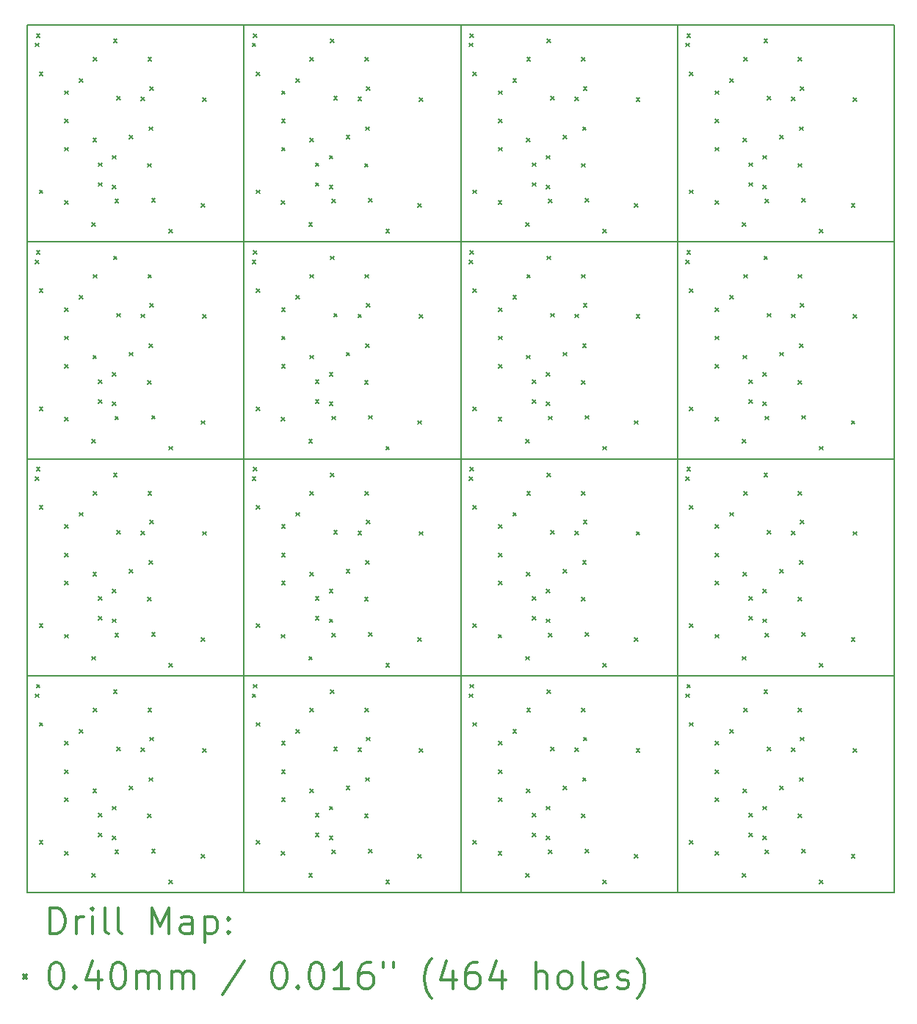
<source format=gbr>
%FSLAX45Y45*%
G04 Gerber Fmt 4.5, Leading zero omitted, Abs format (unit mm)*
G04 Created by KiCad (PCBNEW 4.0.2-stable) date 11/12/2017 1:17:57 PM*
%MOMM*%
G01*
G04 APERTURE LIST*
%ADD10C,0.127000*%
%ADD11C,0.150000*%
%ADD12C,0.200000*%
%ADD13C,0.300000*%
G04 APERTURE END LIST*
D10*
D11*
X16500000Y-12500000D02*
X19000000Y-12500000D01*
X16500000Y-12500000D02*
X16500000Y-15000000D01*
X19000000Y-15000000D02*
X16500000Y-15000000D01*
X19000000Y-12500000D02*
X19000000Y-15000000D01*
X16500000Y-15000000D02*
X16500000Y-12500000D01*
X9000000Y-15000000D02*
X9000000Y-12500000D01*
X11500000Y-12500000D02*
X11500000Y-15000000D01*
X11500000Y-15000000D02*
X9000000Y-15000000D01*
X9000000Y-12500000D02*
X11500000Y-12500000D01*
X11500000Y-15000000D02*
X11500000Y-12500000D01*
X14000000Y-12500000D02*
X16500000Y-12500000D01*
X14000000Y-12500000D02*
X14000000Y-15000000D01*
X11500000Y-12500000D02*
X14000000Y-12500000D01*
X14000000Y-15000000D02*
X14000000Y-12500000D01*
X14000000Y-15000000D02*
X11500000Y-15000000D01*
X16500000Y-15000000D02*
X14000000Y-15000000D01*
X16500000Y-10000000D02*
X19000000Y-10000000D01*
X16500000Y-10000000D02*
X16500000Y-12500000D01*
X19000000Y-12500000D02*
X16500000Y-12500000D01*
X19000000Y-10000000D02*
X19000000Y-12500000D01*
X16500000Y-12500000D02*
X16500000Y-10000000D01*
X9000000Y-12500000D02*
X9000000Y-10000000D01*
X11500000Y-10000000D02*
X11500000Y-12500000D01*
X11500000Y-12500000D02*
X9000000Y-12500000D01*
X9000000Y-10000000D02*
X11500000Y-10000000D01*
X11500000Y-12500000D02*
X11500000Y-10000000D01*
X14000000Y-10000000D02*
X16500000Y-10000000D01*
X14000000Y-10000000D02*
X14000000Y-12500000D01*
X11500000Y-10000000D02*
X14000000Y-10000000D01*
X14000000Y-12500000D02*
X14000000Y-10000000D01*
X14000000Y-12500000D02*
X11500000Y-12500000D01*
X16500000Y-12500000D02*
X14000000Y-12500000D01*
X16500000Y-7500000D02*
X19000000Y-7500000D01*
X16500000Y-7500000D02*
X16500000Y-10000000D01*
X19000000Y-10000000D02*
X16500000Y-10000000D01*
X19000000Y-7500000D02*
X19000000Y-10000000D01*
X16500000Y-10000000D02*
X16500000Y-7500000D01*
X9000000Y-10000000D02*
X9000000Y-7500000D01*
X11500000Y-7500000D02*
X11500000Y-10000000D01*
X11500000Y-10000000D02*
X9000000Y-10000000D01*
X9000000Y-7500000D02*
X11500000Y-7500000D01*
X11500000Y-10000000D02*
X11500000Y-7500000D01*
X14000000Y-7500000D02*
X16500000Y-7500000D01*
X14000000Y-7500000D02*
X14000000Y-10000000D01*
X11500000Y-7500000D02*
X14000000Y-7500000D01*
X14000000Y-10000000D02*
X14000000Y-7500000D01*
X14000000Y-10000000D02*
X11500000Y-10000000D01*
X16500000Y-10000000D02*
X14000000Y-10000000D01*
X19000000Y-7500000D02*
X16500000Y-7500000D01*
X16500000Y-7500000D02*
X14000000Y-7500000D01*
X14000000Y-7500000D02*
X14000000Y-5000000D01*
X16500000Y-5000000D02*
X16500000Y-7500000D01*
X16500000Y-5000000D02*
X19000000Y-5000000D01*
X19000000Y-5000000D02*
X19000000Y-7500000D01*
X16500000Y-7500000D02*
X16500000Y-5000000D01*
X14000000Y-5000000D02*
X16500000Y-5000000D01*
X11500000Y-5000000D02*
X14000000Y-5000000D01*
X14000000Y-7500000D02*
X11500000Y-7500000D01*
X11500000Y-7500000D02*
X11500000Y-5000000D01*
X14000000Y-5000000D02*
X14000000Y-7500000D01*
X9000000Y-7500000D02*
X9000000Y-5000000D01*
X11500000Y-7500000D02*
X9000000Y-7500000D01*
X11500000Y-5000000D02*
X11500000Y-7500000D01*
X9000000Y-5000000D02*
X11500000Y-5000000D01*
D12*
X9094280Y-5208580D02*
X9134280Y-5248580D01*
X9134280Y-5208580D02*
X9094280Y-5248580D01*
X9094280Y-7708580D02*
X9134280Y-7748580D01*
X9134280Y-7708580D02*
X9094280Y-7748580D01*
X9094280Y-10208580D02*
X9134280Y-10248580D01*
X9134280Y-10208580D02*
X9094280Y-10248580D01*
X9094280Y-12708580D02*
X9134280Y-12748580D01*
X9134280Y-12708580D02*
X9094280Y-12748580D01*
X9106980Y-5099360D02*
X9146980Y-5139360D01*
X9146980Y-5099360D02*
X9106980Y-5139360D01*
X9106980Y-7599360D02*
X9146980Y-7639360D01*
X9146980Y-7599360D02*
X9106980Y-7639360D01*
X9106980Y-10099360D02*
X9146980Y-10139360D01*
X9146980Y-10099360D02*
X9106980Y-10139360D01*
X9106980Y-12599360D02*
X9146980Y-12639360D01*
X9146980Y-12599360D02*
X9106980Y-12639360D01*
X9140000Y-5540000D02*
X9180000Y-5580000D01*
X9180000Y-5540000D02*
X9140000Y-5580000D01*
X9140000Y-6900220D02*
X9180000Y-6940220D01*
X9180000Y-6900220D02*
X9140000Y-6940220D01*
X9140000Y-8040000D02*
X9180000Y-8080000D01*
X9180000Y-8040000D02*
X9140000Y-8080000D01*
X9140000Y-9400220D02*
X9180000Y-9440220D01*
X9180000Y-9400220D02*
X9140000Y-9440220D01*
X9140000Y-10540000D02*
X9180000Y-10580000D01*
X9180000Y-10540000D02*
X9140000Y-10580000D01*
X9140000Y-11900220D02*
X9180000Y-11940220D01*
X9180000Y-11900220D02*
X9140000Y-11940220D01*
X9140000Y-13040000D02*
X9180000Y-13080000D01*
X9180000Y-13040000D02*
X9140000Y-13080000D01*
X9140000Y-14400220D02*
X9180000Y-14440220D01*
X9180000Y-14400220D02*
X9140000Y-14440220D01*
X9432100Y-7022140D02*
X9472100Y-7062140D01*
X9472100Y-7022140D02*
X9432100Y-7062140D01*
X9432100Y-9522140D02*
X9472100Y-9562140D01*
X9472100Y-9522140D02*
X9432100Y-9562140D01*
X9432100Y-12022140D02*
X9472100Y-12062140D01*
X9472100Y-12022140D02*
X9432100Y-12062140D01*
X9432100Y-14522140D02*
X9472100Y-14562140D01*
X9472100Y-14522140D02*
X9432100Y-14562140D01*
X9434640Y-6084880D02*
X9474640Y-6124880D01*
X9474640Y-6084880D02*
X9434640Y-6124880D01*
X9434640Y-6410000D02*
X9474640Y-6450000D01*
X9474640Y-6410000D02*
X9434640Y-6450000D01*
X9434640Y-8584880D02*
X9474640Y-8624880D01*
X9474640Y-8584880D02*
X9434640Y-8624880D01*
X9434640Y-8910000D02*
X9474640Y-8950000D01*
X9474640Y-8910000D02*
X9434640Y-8950000D01*
X9434640Y-11084880D02*
X9474640Y-11124880D01*
X9474640Y-11084880D02*
X9434640Y-11124880D01*
X9434640Y-11410000D02*
X9474640Y-11450000D01*
X9474640Y-11410000D02*
X9434640Y-11450000D01*
X9434640Y-13584880D02*
X9474640Y-13624880D01*
X9474640Y-13584880D02*
X9434640Y-13624880D01*
X9434640Y-13910000D02*
X9474640Y-13950000D01*
X9474640Y-13910000D02*
X9434640Y-13950000D01*
X9434840Y-5757020D02*
X9474840Y-5797020D01*
X9474840Y-5757020D02*
X9434840Y-5797020D01*
X9434840Y-8257020D02*
X9474840Y-8297020D01*
X9474840Y-8257020D02*
X9434840Y-8297020D01*
X9434840Y-10757020D02*
X9474840Y-10797020D01*
X9474840Y-10757020D02*
X9434840Y-10797020D01*
X9434840Y-13257020D02*
X9474840Y-13297020D01*
X9474840Y-13257020D02*
X9434840Y-13297020D01*
X9599740Y-5617520D02*
X9639740Y-5657520D01*
X9639740Y-5617520D02*
X9599740Y-5657520D01*
X9599740Y-8117520D02*
X9639740Y-8157520D01*
X9639740Y-8117520D02*
X9599740Y-8157520D01*
X9599740Y-10617520D02*
X9639740Y-10657520D01*
X9639740Y-10617520D02*
X9599740Y-10657520D01*
X9599740Y-13117520D02*
X9639740Y-13157520D01*
X9639740Y-13117520D02*
X9599740Y-13157520D01*
X9748139Y-7277475D02*
X9788139Y-7317475D01*
X9788139Y-7277475D02*
X9748139Y-7317475D01*
X9748139Y-9777475D02*
X9788139Y-9817475D01*
X9788139Y-9777475D02*
X9748139Y-9817475D01*
X9748139Y-12277475D02*
X9788139Y-12317475D01*
X9788139Y-12277475D02*
X9748139Y-12317475D01*
X9748139Y-14777475D02*
X9788139Y-14817475D01*
X9788139Y-14777475D02*
X9748139Y-14817475D01*
X9757220Y-6305860D02*
X9797220Y-6345860D01*
X9797220Y-6305860D02*
X9757220Y-6345860D01*
X9757220Y-8805860D02*
X9797220Y-8845860D01*
X9797220Y-8805860D02*
X9757220Y-8845860D01*
X9757220Y-11305860D02*
X9797220Y-11345860D01*
X9797220Y-11305860D02*
X9757220Y-11345860D01*
X9757220Y-13805860D02*
X9797220Y-13845860D01*
X9797220Y-13805860D02*
X9757220Y-13845860D01*
X9762300Y-5373680D02*
X9802300Y-5413680D01*
X9802300Y-5373680D02*
X9762300Y-5413680D01*
X9762300Y-7873680D02*
X9802300Y-7913680D01*
X9802300Y-7873680D02*
X9762300Y-7913680D01*
X9762300Y-10373680D02*
X9802300Y-10413680D01*
X9802300Y-10373680D02*
X9762300Y-10413680D01*
X9762300Y-12873680D02*
X9802300Y-12913680D01*
X9802300Y-12873680D02*
X9762300Y-12913680D01*
X9823260Y-6587800D02*
X9863260Y-6627800D01*
X9863260Y-6587800D02*
X9823260Y-6627800D01*
X9823260Y-6816400D02*
X9863260Y-6856400D01*
X9863260Y-6816400D02*
X9823260Y-6856400D01*
X9823260Y-9087800D02*
X9863260Y-9127800D01*
X9863260Y-9087800D02*
X9823260Y-9127800D01*
X9823260Y-9316400D02*
X9863260Y-9356400D01*
X9863260Y-9316400D02*
X9823260Y-9356400D01*
X9823260Y-11587800D02*
X9863260Y-11627800D01*
X9863260Y-11587800D02*
X9823260Y-11627800D01*
X9823260Y-11816400D02*
X9863260Y-11856400D01*
X9863260Y-11816400D02*
X9823260Y-11856400D01*
X9823260Y-14087800D02*
X9863260Y-14127800D01*
X9863260Y-14087800D02*
X9823260Y-14127800D01*
X9823260Y-14316400D02*
X9863260Y-14356400D01*
X9863260Y-14316400D02*
X9823260Y-14356400D01*
X9983280Y-6503980D02*
X10023280Y-6543980D01*
X10023280Y-6503980D02*
X9983280Y-6543980D01*
X9983280Y-6844340D02*
X10023280Y-6884340D01*
X10023280Y-6844340D02*
X9983280Y-6884340D01*
X9983280Y-9003980D02*
X10023280Y-9043980D01*
X10023280Y-9003980D02*
X9983280Y-9043980D01*
X9983280Y-9344340D02*
X10023280Y-9384340D01*
X10023280Y-9344340D02*
X9983280Y-9384340D01*
X9983280Y-11503980D02*
X10023280Y-11543980D01*
X10023280Y-11503980D02*
X9983280Y-11543980D01*
X9983280Y-11844340D02*
X10023280Y-11884340D01*
X10023280Y-11844340D02*
X9983280Y-11884340D01*
X9983280Y-14003980D02*
X10023280Y-14043980D01*
X10023280Y-14003980D02*
X9983280Y-14043980D01*
X9983280Y-14344340D02*
X10023280Y-14384340D01*
X10023280Y-14344340D02*
X9983280Y-14384340D01*
X9995980Y-5162860D02*
X10035980Y-5202860D01*
X10035980Y-5162860D02*
X9995980Y-5202860D01*
X9995980Y-7662860D02*
X10035980Y-7702860D01*
X10035980Y-7662860D02*
X9995980Y-7702860D01*
X9995980Y-10162860D02*
X10035980Y-10202860D01*
X10035980Y-10162860D02*
X9995980Y-10202860D01*
X9995980Y-12662860D02*
X10035980Y-12702860D01*
X10035980Y-12662860D02*
X9995980Y-12702860D01*
X10011220Y-7009440D02*
X10051220Y-7049440D01*
X10051220Y-7009440D02*
X10011220Y-7049440D01*
X10011220Y-9509440D02*
X10051220Y-9549440D01*
X10051220Y-9509440D02*
X10011220Y-9549440D01*
X10011220Y-12009440D02*
X10051220Y-12049440D01*
X10051220Y-12009440D02*
X10011220Y-12049440D01*
X10011220Y-14509440D02*
X10051220Y-14549440D01*
X10051220Y-14509440D02*
X10011220Y-14549440D01*
X10034903Y-5823260D02*
X10074903Y-5863260D01*
X10074903Y-5823260D02*
X10034903Y-5863260D01*
X10034903Y-8323260D02*
X10074903Y-8363260D01*
X10074903Y-8323260D02*
X10034903Y-8363260D01*
X10034903Y-10823260D02*
X10074903Y-10863260D01*
X10074903Y-10823260D02*
X10034903Y-10863260D01*
X10034903Y-13323260D02*
X10074903Y-13363260D01*
X10074903Y-13323260D02*
X10034903Y-13363260D01*
X10178860Y-6272840D02*
X10218860Y-6312840D01*
X10218860Y-6272840D02*
X10178860Y-6312840D01*
X10178860Y-8772840D02*
X10218860Y-8812840D01*
X10218860Y-8772840D02*
X10178860Y-8812840D01*
X10178860Y-11272840D02*
X10218860Y-11312840D01*
X10218860Y-11272840D02*
X10178860Y-11312840D01*
X10178860Y-13772840D02*
X10218860Y-13812840D01*
X10218860Y-13772840D02*
X10178860Y-13812840D01*
X10314725Y-5831754D02*
X10354725Y-5871754D01*
X10354725Y-5831754D02*
X10314725Y-5871754D01*
X10314725Y-8331754D02*
X10354725Y-8371754D01*
X10354725Y-8331754D02*
X10314725Y-8371754D01*
X10314725Y-10831754D02*
X10354725Y-10871754D01*
X10354725Y-10831754D02*
X10314725Y-10871754D01*
X10314725Y-13331754D02*
X10354725Y-13371754D01*
X10354725Y-13331754D02*
X10314725Y-13371754D01*
X10389680Y-6595680D02*
X10429680Y-6635680D01*
X10429680Y-6595680D02*
X10389680Y-6635680D01*
X10389680Y-9095680D02*
X10429680Y-9135680D01*
X10429680Y-9095680D02*
X10389680Y-9135680D01*
X10389680Y-11595680D02*
X10429680Y-11635680D01*
X10429680Y-11595680D02*
X10389680Y-11635680D01*
X10389680Y-14095680D02*
X10429680Y-14135680D01*
X10429680Y-14095680D02*
X10389680Y-14135680D01*
X10392220Y-5374140D02*
X10432220Y-5414140D01*
X10432220Y-5374140D02*
X10392220Y-5414140D01*
X10392220Y-7874140D02*
X10432220Y-7914140D01*
X10432220Y-7874140D02*
X10392220Y-7914140D01*
X10392220Y-10374140D02*
X10432220Y-10414140D01*
X10432220Y-10374140D02*
X10392220Y-10414140D01*
X10392220Y-12874140D02*
X10432220Y-12914140D01*
X10432220Y-12874140D02*
X10392220Y-12914140D01*
X10405180Y-6173780D02*
X10445180Y-6213780D01*
X10445180Y-6173780D02*
X10405180Y-6213780D01*
X10405180Y-8673780D02*
X10445180Y-8713780D01*
X10445180Y-8673780D02*
X10405180Y-8713780D01*
X10405180Y-11173780D02*
X10445180Y-11213780D01*
X10445180Y-11173780D02*
X10405180Y-11213780D01*
X10405180Y-13673780D02*
X10445180Y-13713780D01*
X10445180Y-13673780D02*
X10405180Y-13713780D01*
X10412540Y-5708960D02*
X10452540Y-5748960D01*
X10452540Y-5708960D02*
X10412540Y-5748960D01*
X10412540Y-8208960D02*
X10452540Y-8248960D01*
X10452540Y-8208960D02*
X10412540Y-8248960D01*
X10412540Y-10708960D02*
X10452540Y-10748960D01*
X10452540Y-10708960D02*
X10412540Y-10748960D01*
X10412540Y-13208960D02*
X10452540Y-13248960D01*
X10452540Y-13208960D02*
X10412540Y-13248960D01*
X10435400Y-6999280D02*
X10475400Y-7039280D01*
X10475400Y-6999280D02*
X10435400Y-7039280D01*
X10435400Y-9499280D02*
X10475400Y-9539280D01*
X10475400Y-9499280D02*
X10435400Y-9539280D01*
X10435400Y-11999280D02*
X10475400Y-12039280D01*
X10475400Y-11999280D02*
X10435400Y-12039280D01*
X10435400Y-14499280D02*
X10475400Y-14539280D01*
X10475400Y-14499280D02*
X10435400Y-14539280D01*
X10636060Y-7354880D02*
X10676060Y-7394880D01*
X10676060Y-7354880D02*
X10636060Y-7394880D01*
X10636060Y-9854880D02*
X10676060Y-9894880D01*
X10676060Y-9854880D02*
X10636060Y-9894880D01*
X10636060Y-12354880D02*
X10676060Y-12394880D01*
X10676060Y-12354880D02*
X10636060Y-12394880D01*
X10636060Y-14854880D02*
X10676060Y-14894880D01*
X10676060Y-14854880D02*
X10636060Y-14894880D01*
X11004360Y-7060240D02*
X11044360Y-7100240D01*
X11044360Y-7060240D02*
X11004360Y-7100240D01*
X11004360Y-9560240D02*
X11044360Y-9600240D01*
X11044360Y-9560240D02*
X11004360Y-9600240D01*
X11004360Y-12060240D02*
X11044360Y-12100240D01*
X11044360Y-12060240D02*
X11004360Y-12100240D01*
X11004360Y-14560240D02*
X11044360Y-14600240D01*
X11044360Y-14560240D02*
X11004360Y-14600240D01*
X11022140Y-5838500D02*
X11062140Y-5878500D01*
X11062140Y-5838500D02*
X11022140Y-5878500D01*
X11022140Y-8338500D02*
X11062140Y-8378500D01*
X11062140Y-8338500D02*
X11022140Y-8378500D01*
X11022140Y-10838500D02*
X11062140Y-10878500D01*
X11062140Y-10838500D02*
X11022140Y-10878500D01*
X11022140Y-13338500D02*
X11062140Y-13378500D01*
X11062140Y-13338500D02*
X11022140Y-13378500D01*
X11594280Y-5208580D02*
X11634280Y-5248580D01*
X11634280Y-5208580D02*
X11594280Y-5248580D01*
X11594280Y-7708580D02*
X11634280Y-7748580D01*
X11634280Y-7708580D02*
X11594280Y-7748580D01*
X11594280Y-10208580D02*
X11634280Y-10248580D01*
X11634280Y-10208580D02*
X11594280Y-10248580D01*
X11594280Y-12708580D02*
X11634280Y-12748580D01*
X11634280Y-12708580D02*
X11594280Y-12748580D01*
X11606980Y-5099360D02*
X11646980Y-5139360D01*
X11646980Y-5099360D02*
X11606980Y-5139360D01*
X11606980Y-7599360D02*
X11646980Y-7639360D01*
X11646980Y-7599360D02*
X11606980Y-7639360D01*
X11606980Y-10099360D02*
X11646980Y-10139360D01*
X11646980Y-10099360D02*
X11606980Y-10139360D01*
X11606980Y-12599360D02*
X11646980Y-12639360D01*
X11646980Y-12599360D02*
X11606980Y-12639360D01*
X11640000Y-5540000D02*
X11680000Y-5580000D01*
X11680000Y-5540000D02*
X11640000Y-5580000D01*
X11640000Y-6900220D02*
X11680000Y-6940220D01*
X11680000Y-6900220D02*
X11640000Y-6940220D01*
X11640000Y-8040000D02*
X11680000Y-8080000D01*
X11680000Y-8040000D02*
X11640000Y-8080000D01*
X11640000Y-9400220D02*
X11680000Y-9440220D01*
X11680000Y-9400220D02*
X11640000Y-9440220D01*
X11640000Y-10540000D02*
X11680000Y-10580000D01*
X11680000Y-10540000D02*
X11640000Y-10580000D01*
X11640000Y-11900220D02*
X11680000Y-11940220D01*
X11680000Y-11900220D02*
X11640000Y-11940220D01*
X11640000Y-13040000D02*
X11680000Y-13080000D01*
X11680000Y-13040000D02*
X11640000Y-13080000D01*
X11640000Y-14400220D02*
X11680000Y-14440220D01*
X11680000Y-14400220D02*
X11640000Y-14440220D01*
X11932100Y-7022140D02*
X11972100Y-7062140D01*
X11972100Y-7022140D02*
X11932100Y-7062140D01*
X11932100Y-9522140D02*
X11972100Y-9562140D01*
X11972100Y-9522140D02*
X11932100Y-9562140D01*
X11932100Y-12022140D02*
X11972100Y-12062140D01*
X11972100Y-12022140D02*
X11932100Y-12062140D01*
X11932100Y-14522140D02*
X11972100Y-14562140D01*
X11972100Y-14522140D02*
X11932100Y-14562140D01*
X11934640Y-6084880D02*
X11974640Y-6124880D01*
X11974640Y-6084880D02*
X11934640Y-6124880D01*
X11934640Y-6410000D02*
X11974640Y-6450000D01*
X11974640Y-6410000D02*
X11934640Y-6450000D01*
X11934640Y-8584880D02*
X11974640Y-8624880D01*
X11974640Y-8584880D02*
X11934640Y-8624880D01*
X11934640Y-8910000D02*
X11974640Y-8950000D01*
X11974640Y-8910000D02*
X11934640Y-8950000D01*
X11934640Y-11084880D02*
X11974640Y-11124880D01*
X11974640Y-11084880D02*
X11934640Y-11124880D01*
X11934640Y-11410000D02*
X11974640Y-11450000D01*
X11974640Y-11410000D02*
X11934640Y-11450000D01*
X11934640Y-13584880D02*
X11974640Y-13624880D01*
X11974640Y-13584880D02*
X11934640Y-13624880D01*
X11934640Y-13910000D02*
X11974640Y-13950000D01*
X11974640Y-13910000D02*
X11934640Y-13950000D01*
X11934840Y-5757020D02*
X11974840Y-5797020D01*
X11974840Y-5757020D02*
X11934840Y-5797020D01*
X11934840Y-8257020D02*
X11974840Y-8297020D01*
X11974840Y-8257020D02*
X11934840Y-8297020D01*
X11934840Y-10757020D02*
X11974840Y-10797020D01*
X11974840Y-10757020D02*
X11934840Y-10797020D01*
X11934840Y-13257020D02*
X11974840Y-13297020D01*
X11974840Y-13257020D02*
X11934840Y-13297020D01*
X12099740Y-5617520D02*
X12139740Y-5657520D01*
X12139740Y-5617520D02*
X12099740Y-5657520D01*
X12099740Y-8117520D02*
X12139740Y-8157520D01*
X12139740Y-8117520D02*
X12099740Y-8157520D01*
X12099740Y-10617520D02*
X12139740Y-10657520D01*
X12139740Y-10617520D02*
X12099740Y-10657520D01*
X12099740Y-13117520D02*
X12139740Y-13157520D01*
X12139740Y-13117520D02*
X12099740Y-13157520D01*
X12248139Y-7277475D02*
X12288139Y-7317475D01*
X12288139Y-7277475D02*
X12248139Y-7317475D01*
X12248139Y-9777475D02*
X12288139Y-9817475D01*
X12288139Y-9777475D02*
X12248139Y-9817475D01*
X12248139Y-12277475D02*
X12288139Y-12317475D01*
X12288139Y-12277475D02*
X12248139Y-12317475D01*
X12248139Y-14777475D02*
X12288139Y-14817475D01*
X12288139Y-14777475D02*
X12248139Y-14817475D01*
X12257220Y-6305860D02*
X12297220Y-6345860D01*
X12297220Y-6305860D02*
X12257220Y-6345860D01*
X12257220Y-8805860D02*
X12297220Y-8845860D01*
X12297220Y-8805860D02*
X12257220Y-8845860D01*
X12257220Y-11305860D02*
X12297220Y-11345860D01*
X12297220Y-11305860D02*
X12257220Y-11345860D01*
X12257220Y-13805860D02*
X12297220Y-13845860D01*
X12297220Y-13805860D02*
X12257220Y-13845860D01*
X12262300Y-5373680D02*
X12302300Y-5413680D01*
X12302300Y-5373680D02*
X12262300Y-5413680D01*
X12262300Y-7873680D02*
X12302300Y-7913680D01*
X12302300Y-7873680D02*
X12262300Y-7913680D01*
X12262300Y-10373680D02*
X12302300Y-10413680D01*
X12302300Y-10373680D02*
X12262300Y-10413680D01*
X12262300Y-12873680D02*
X12302300Y-12913680D01*
X12302300Y-12873680D02*
X12262300Y-12913680D01*
X12323260Y-6587800D02*
X12363260Y-6627800D01*
X12363260Y-6587800D02*
X12323260Y-6627800D01*
X12323260Y-6816400D02*
X12363260Y-6856400D01*
X12363260Y-6816400D02*
X12323260Y-6856400D01*
X12323260Y-9087800D02*
X12363260Y-9127800D01*
X12363260Y-9087800D02*
X12323260Y-9127800D01*
X12323260Y-9316400D02*
X12363260Y-9356400D01*
X12363260Y-9316400D02*
X12323260Y-9356400D01*
X12323260Y-11587800D02*
X12363260Y-11627800D01*
X12363260Y-11587800D02*
X12323260Y-11627800D01*
X12323260Y-11816400D02*
X12363260Y-11856400D01*
X12363260Y-11816400D02*
X12323260Y-11856400D01*
X12323260Y-14087800D02*
X12363260Y-14127800D01*
X12363260Y-14087800D02*
X12323260Y-14127800D01*
X12323260Y-14316400D02*
X12363260Y-14356400D01*
X12363260Y-14316400D02*
X12323260Y-14356400D01*
X12483280Y-6503980D02*
X12523280Y-6543980D01*
X12523280Y-6503980D02*
X12483280Y-6543980D01*
X12483280Y-6844340D02*
X12523280Y-6884340D01*
X12523280Y-6844340D02*
X12483280Y-6884340D01*
X12483280Y-9003980D02*
X12523280Y-9043980D01*
X12523280Y-9003980D02*
X12483280Y-9043980D01*
X12483280Y-9344340D02*
X12523280Y-9384340D01*
X12523280Y-9344340D02*
X12483280Y-9384340D01*
X12483280Y-11503980D02*
X12523280Y-11543980D01*
X12523280Y-11503980D02*
X12483280Y-11543980D01*
X12483280Y-11844340D02*
X12523280Y-11884340D01*
X12523280Y-11844340D02*
X12483280Y-11884340D01*
X12483280Y-14003980D02*
X12523280Y-14043980D01*
X12523280Y-14003980D02*
X12483280Y-14043980D01*
X12483280Y-14344340D02*
X12523280Y-14384340D01*
X12523280Y-14344340D02*
X12483280Y-14384340D01*
X12495980Y-5162860D02*
X12535980Y-5202860D01*
X12535980Y-5162860D02*
X12495980Y-5202860D01*
X12495980Y-7662860D02*
X12535980Y-7702860D01*
X12535980Y-7662860D02*
X12495980Y-7702860D01*
X12495980Y-10162860D02*
X12535980Y-10202860D01*
X12535980Y-10162860D02*
X12495980Y-10202860D01*
X12495980Y-12662860D02*
X12535980Y-12702860D01*
X12535980Y-12662860D02*
X12495980Y-12702860D01*
X12511220Y-7009440D02*
X12551220Y-7049440D01*
X12551220Y-7009440D02*
X12511220Y-7049440D01*
X12511220Y-9509440D02*
X12551220Y-9549440D01*
X12551220Y-9509440D02*
X12511220Y-9549440D01*
X12511220Y-12009440D02*
X12551220Y-12049440D01*
X12551220Y-12009440D02*
X12511220Y-12049440D01*
X12511220Y-14509440D02*
X12551220Y-14549440D01*
X12551220Y-14509440D02*
X12511220Y-14549440D01*
X12534903Y-5823260D02*
X12574903Y-5863260D01*
X12574903Y-5823260D02*
X12534903Y-5863260D01*
X12534903Y-8323260D02*
X12574903Y-8363260D01*
X12574903Y-8323260D02*
X12534903Y-8363260D01*
X12534903Y-10823260D02*
X12574903Y-10863260D01*
X12574903Y-10823260D02*
X12534903Y-10863260D01*
X12534903Y-13323260D02*
X12574903Y-13363260D01*
X12574903Y-13323260D02*
X12534903Y-13363260D01*
X12678860Y-6272840D02*
X12718860Y-6312840D01*
X12718860Y-6272840D02*
X12678860Y-6312840D01*
X12678860Y-8772840D02*
X12718860Y-8812840D01*
X12718860Y-8772840D02*
X12678860Y-8812840D01*
X12678860Y-11272840D02*
X12718860Y-11312840D01*
X12718860Y-11272840D02*
X12678860Y-11312840D01*
X12678860Y-13772840D02*
X12718860Y-13812840D01*
X12718860Y-13772840D02*
X12678860Y-13812840D01*
X12814725Y-5831754D02*
X12854725Y-5871754D01*
X12854725Y-5831754D02*
X12814725Y-5871754D01*
X12814725Y-8331754D02*
X12854725Y-8371754D01*
X12854725Y-8331754D02*
X12814725Y-8371754D01*
X12814725Y-10831754D02*
X12854725Y-10871754D01*
X12854725Y-10831754D02*
X12814725Y-10871754D01*
X12814725Y-13331754D02*
X12854725Y-13371754D01*
X12854725Y-13331754D02*
X12814725Y-13371754D01*
X12889680Y-6595680D02*
X12929680Y-6635680D01*
X12929680Y-6595680D02*
X12889680Y-6635680D01*
X12889680Y-9095680D02*
X12929680Y-9135680D01*
X12929680Y-9095680D02*
X12889680Y-9135680D01*
X12889680Y-11595680D02*
X12929680Y-11635680D01*
X12929680Y-11595680D02*
X12889680Y-11635680D01*
X12889680Y-14095680D02*
X12929680Y-14135680D01*
X12929680Y-14095680D02*
X12889680Y-14135680D01*
X12892220Y-5374140D02*
X12932220Y-5414140D01*
X12932220Y-5374140D02*
X12892220Y-5414140D01*
X12892220Y-7874140D02*
X12932220Y-7914140D01*
X12932220Y-7874140D02*
X12892220Y-7914140D01*
X12892220Y-10374140D02*
X12932220Y-10414140D01*
X12932220Y-10374140D02*
X12892220Y-10414140D01*
X12892220Y-12874140D02*
X12932220Y-12914140D01*
X12932220Y-12874140D02*
X12892220Y-12914140D01*
X12905180Y-6173780D02*
X12945180Y-6213780D01*
X12945180Y-6173780D02*
X12905180Y-6213780D01*
X12905180Y-8673780D02*
X12945180Y-8713780D01*
X12945180Y-8673780D02*
X12905180Y-8713780D01*
X12905180Y-11173780D02*
X12945180Y-11213780D01*
X12945180Y-11173780D02*
X12905180Y-11213780D01*
X12905180Y-13673780D02*
X12945180Y-13713780D01*
X12945180Y-13673780D02*
X12905180Y-13713780D01*
X12912540Y-5708960D02*
X12952540Y-5748960D01*
X12952540Y-5708960D02*
X12912540Y-5748960D01*
X12912540Y-8208960D02*
X12952540Y-8248960D01*
X12952540Y-8208960D02*
X12912540Y-8248960D01*
X12912540Y-10708960D02*
X12952540Y-10748960D01*
X12952540Y-10708960D02*
X12912540Y-10748960D01*
X12912540Y-13208960D02*
X12952540Y-13248960D01*
X12952540Y-13208960D02*
X12912540Y-13248960D01*
X12935400Y-6999280D02*
X12975400Y-7039280D01*
X12975400Y-6999280D02*
X12935400Y-7039280D01*
X12935400Y-9499280D02*
X12975400Y-9539280D01*
X12975400Y-9499280D02*
X12935400Y-9539280D01*
X12935400Y-11999280D02*
X12975400Y-12039280D01*
X12975400Y-11999280D02*
X12935400Y-12039280D01*
X12935400Y-14499280D02*
X12975400Y-14539280D01*
X12975400Y-14499280D02*
X12935400Y-14539280D01*
X13136060Y-7354880D02*
X13176060Y-7394880D01*
X13176060Y-7354880D02*
X13136060Y-7394880D01*
X13136060Y-9854880D02*
X13176060Y-9894880D01*
X13176060Y-9854880D02*
X13136060Y-9894880D01*
X13136060Y-12354880D02*
X13176060Y-12394880D01*
X13176060Y-12354880D02*
X13136060Y-12394880D01*
X13136060Y-14854880D02*
X13176060Y-14894880D01*
X13176060Y-14854880D02*
X13136060Y-14894880D01*
X13504360Y-7060240D02*
X13544360Y-7100240D01*
X13544360Y-7060240D02*
X13504360Y-7100240D01*
X13504360Y-9560240D02*
X13544360Y-9600240D01*
X13544360Y-9560240D02*
X13504360Y-9600240D01*
X13504360Y-12060240D02*
X13544360Y-12100240D01*
X13544360Y-12060240D02*
X13504360Y-12100240D01*
X13504360Y-14560240D02*
X13544360Y-14600240D01*
X13544360Y-14560240D02*
X13504360Y-14600240D01*
X13522140Y-5838500D02*
X13562140Y-5878500D01*
X13562140Y-5838500D02*
X13522140Y-5878500D01*
X13522140Y-8338500D02*
X13562140Y-8378500D01*
X13562140Y-8338500D02*
X13522140Y-8378500D01*
X13522140Y-10838500D02*
X13562140Y-10878500D01*
X13562140Y-10838500D02*
X13522140Y-10878500D01*
X13522140Y-13338500D02*
X13562140Y-13378500D01*
X13562140Y-13338500D02*
X13522140Y-13378500D01*
X14094280Y-5208580D02*
X14134280Y-5248580D01*
X14134280Y-5208580D02*
X14094280Y-5248580D01*
X14094280Y-7708580D02*
X14134280Y-7748580D01*
X14134280Y-7708580D02*
X14094280Y-7748580D01*
X14094280Y-10208580D02*
X14134280Y-10248580D01*
X14134280Y-10208580D02*
X14094280Y-10248580D01*
X14094280Y-12708580D02*
X14134280Y-12748580D01*
X14134280Y-12708580D02*
X14094280Y-12748580D01*
X14106980Y-5099360D02*
X14146980Y-5139360D01*
X14146980Y-5099360D02*
X14106980Y-5139360D01*
X14106980Y-7599360D02*
X14146980Y-7639360D01*
X14146980Y-7599360D02*
X14106980Y-7639360D01*
X14106980Y-10099360D02*
X14146980Y-10139360D01*
X14146980Y-10099360D02*
X14106980Y-10139360D01*
X14106980Y-12599360D02*
X14146980Y-12639360D01*
X14146980Y-12599360D02*
X14106980Y-12639360D01*
X14140000Y-5540000D02*
X14180000Y-5580000D01*
X14180000Y-5540000D02*
X14140000Y-5580000D01*
X14140000Y-6900220D02*
X14180000Y-6940220D01*
X14180000Y-6900220D02*
X14140000Y-6940220D01*
X14140000Y-8040000D02*
X14180000Y-8080000D01*
X14180000Y-8040000D02*
X14140000Y-8080000D01*
X14140000Y-9400220D02*
X14180000Y-9440220D01*
X14180000Y-9400220D02*
X14140000Y-9440220D01*
X14140000Y-10540000D02*
X14180000Y-10580000D01*
X14180000Y-10540000D02*
X14140000Y-10580000D01*
X14140000Y-11900220D02*
X14180000Y-11940220D01*
X14180000Y-11900220D02*
X14140000Y-11940220D01*
X14140000Y-13040000D02*
X14180000Y-13080000D01*
X14180000Y-13040000D02*
X14140000Y-13080000D01*
X14140000Y-14400220D02*
X14180000Y-14440220D01*
X14180000Y-14400220D02*
X14140000Y-14440220D01*
X14432100Y-7022140D02*
X14472100Y-7062140D01*
X14472100Y-7022140D02*
X14432100Y-7062140D01*
X14432100Y-9522140D02*
X14472100Y-9562140D01*
X14472100Y-9522140D02*
X14432100Y-9562140D01*
X14432100Y-12022140D02*
X14472100Y-12062140D01*
X14472100Y-12022140D02*
X14432100Y-12062140D01*
X14432100Y-14522140D02*
X14472100Y-14562140D01*
X14472100Y-14522140D02*
X14432100Y-14562140D01*
X14434640Y-6084880D02*
X14474640Y-6124880D01*
X14474640Y-6084880D02*
X14434640Y-6124880D01*
X14434640Y-6410000D02*
X14474640Y-6450000D01*
X14474640Y-6410000D02*
X14434640Y-6450000D01*
X14434640Y-8584880D02*
X14474640Y-8624880D01*
X14474640Y-8584880D02*
X14434640Y-8624880D01*
X14434640Y-8910000D02*
X14474640Y-8950000D01*
X14474640Y-8910000D02*
X14434640Y-8950000D01*
X14434640Y-11084880D02*
X14474640Y-11124880D01*
X14474640Y-11084880D02*
X14434640Y-11124880D01*
X14434640Y-11410000D02*
X14474640Y-11450000D01*
X14474640Y-11410000D02*
X14434640Y-11450000D01*
X14434640Y-13584880D02*
X14474640Y-13624880D01*
X14474640Y-13584880D02*
X14434640Y-13624880D01*
X14434640Y-13910000D02*
X14474640Y-13950000D01*
X14474640Y-13910000D02*
X14434640Y-13950000D01*
X14434840Y-5757020D02*
X14474840Y-5797020D01*
X14474840Y-5757020D02*
X14434840Y-5797020D01*
X14434840Y-8257020D02*
X14474840Y-8297020D01*
X14474840Y-8257020D02*
X14434840Y-8297020D01*
X14434840Y-10757020D02*
X14474840Y-10797020D01*
X14474840Y-10757020D02*
X14434840Y-10797020D01*
X14434840Y-13257020D02*
X14474840Y-13297020D01*
X14474840Y-13257020D02*
X14434840Y-13297020D01*
X14599740Y-5617520D02*
X14639740Y-5657520D01*
X14639740Y-5617520D02*
X14599740Y-5657520D01*
X14599740Y-8117520D02*
X14639740Y-8157520D01*
X14639740Y-8117520D02*
X14599740Y-8157520D01*
X14599740Y-10617520D02*
X14639740Y-10657520D01*
X14639740Y-10617520D02*
X14599740Y-10657520D01*
X14599740Y-13117520D02*
X14639740Y-13157520D01*
X14639740Y-13117520D02*
X14599740Y-13157520D01*
X14748139Y-7277475D02*
X14788139Y-7317475D01*
X14788139Y-7277475D02*
X14748139Y-7317475D01*
X14748139Y-9777475D02*
X14788139Y-9817475D01*
X14788139Y-9777475D02*
X14748139Y-9817475D01*
X14748139Y-12277475D02*
X14788139Y-12317475D01*
X14788139Y-12277475D02*
X14748139Y-12317475D01*
X14748139Y-14777475D02*
X14788139Y-14817475D01*
X14788139Y-14777475D02*
X14748139Y-14817475D01*
X14757220Y-6305860D02*
X14797220Y-6345860D01*
X14797220Y-6305860D02*
X14757220Y-6345860D01*
X14757220Y-8805860D02*
X14797220Y-8845860D01*
X14797220Y-8805860D02*
X14757220Y-8845860D01*
X14757220Y-11305860D02*
X14797220Y-11345860D01*
X14797220Y-11305860D02*
X14757220Y-11345860D01*
X14757220Y-13805860D02*
X14797220Y-13845860D01*
X14797220Y-13805860D02*
X14757220Y-13845860D01*
X14762300Y-5373680D02*
X14802300Y-5413680D01*
X14802300Y-5373680D02*
X14762300Y-5413680D01*
X14762300Y-7873680D02*
X14802300Y-7913680D01*
X14802300Y-7873680D02*
X14762300Y-7913680D01*
X14762300Y-10373680D02*
X14802300Y-10413680D01*
X14802300Y-10373680D02*
X14762300Y-10413680D01*
X14762300Y-12873680D02*
X14802300Y-12913680D01*
X14802300Y-12873680D02*
X14762300Y-12913680D01*
X14823260Y-6587800D02*
X14863260Y-6627800D01*
X14863260Y-6587800D02*
X14823260Y-6627800D01*
X14823260Y-6816400D02*
X14863260Y-6856400D01*
X14863260Y-6816400D02*
X14823260Y-6856400D01*
X14823260Y-9087800D02*
X14863260Y-9127800D01*
X14863260Y-9087800D02*
X14823260Y-9127800D01*
X14823260Y-9316400D02*
X14863260Y-9356400D01*
X14863260Y-9316400D02*
X14823260Y-9356400D01*
X14823260Y-11587800D02*
X14863260Y-11627800D01*
X14863260Y-11587800D02*
X14823260Y-11627800D01*
X14823260Y-11816400D02*
X14863260Y-11856400D01*
X14863260Y-11816400D02*
X14823260Y-11856400D01*
X14823260Y-14087800D02*
X14863260Y-14127800D01*
X14863260Y-14087800D02*
X14823260Y-14127800D01*
X14823260Y-14316400D02*
X14863260Y-14356400D01*
X14863260Y-14316400D02*
X14823260Y-14356400D01*
X14983280Y-6503980D02*
X15023280Y-6543980D01*
X15023280Y-6503980D02*
X14983280Y-6543980D01*
X14983280Y-6844340D02*
X15023280Y-6884340D01*
X15023280Y-6844340D02*
X14983280Y-6884340D01*
X14983280Y-9003980D02*
X15023280Y-9043980D01*
X15023280Y-9003980D02*
X14983280Y-9043980D01*
X14983280Y-9344340D02*
X15023280Y-9384340D01*
X15023280Y-9344340D02*
X14983280Y-9384340D01*
X14983280Y-11503980D02*
X15023280Y-11543980D01*
X15023280Y-11503980D02*
X14983280Y-11543980D01*
X14983280Y-11844340D02*
X15023280Y-11884340D01*
X15023280Y-11844340D02*
X14983280Y-11884340D01*
X14983280Y-14003980D02*
X15023280Y-14043980D01*
X15023280Y-14003980D02*
X14983280Y-14043980D01*
X14983280Y-14344340D02*
X15023280Y-14384340D01*
X15023280Y-14344340D02*
X14983280Y-14384340D01*
X14995980Y-5162860D02*
X15035980Y-5202860D01*
X15035980Y-5162860D02*
X14995980Y-5202860D01*
X14995980Y-7662860D02*
X15035980Y-7702860D01*
X15035980Y-7662860D02*
X14995980Y-7702860D01*
X14995980Y-10162860D02*
X15035980Y-10202860D01*
X15035980Y-10162860D02*
X14995980Y-10202860D01*
X14995980Y-12662860D02*
X15035980Y-12702860D01*
X15035980Y-12662860D02*
X14995980Y-12702860D01*
X15011220Y-7009440D02*
X15051220Y-7049440D01*
X15051220Y-7009440D02*
X15011220Y-7049440D01*
X15011220Y-9509440D02*
X15051220Y-9549440D01*
X15051220Y-9509440D02*
X15011220Y-9549440D01*
X15011220Y-12009440D02*
X15051220Y-12049440D01*
X15051220Y-12009440D02*
X15011220Y-12049440D01*
X15011220Y-14509440D02*
X15051220Y-14549440D01*
X15051220Y-14509440D02*
X15011220Y-14549440D01*
X15034903Y-5823260D02*
X15074903Y-5863260D01*
X15074903Y-5823260D02*
X15034903Y-5863260D01*
X15034903Y-8323260D02*
X15074903Y-8363260D01*
X15074903Y-8323260D02*
X15034903Y-8363260D01*
X15034903Y-10823260D02*
X15074903Y-10863260D01*
X15074903Y-10823260D02*
X15034903Y-10863260D01*
X15034903Y-13323260D02*
X15074903Y-13363260D01*
X15074903Y-13323260D02*
X15034903Y-13363260D01*
X15178860Y-6272840D02*
X15218860Y-6312840D01*
X15218860Y-6272840D02*
X15178860Y-6312840D01*
X15178860Y-8772840D02*
X15218860Y-8812840D01*
X15218860Y-8772840D02*
X15178860Y-8812840D01*
X15178860Y-11272840D02*
X15218860Y-11312840D01*
X15218860Y-11272840D02*
X15178860Y-11312840D01*
X15178860Y-13772840D02*
X15218860Y-13812840D01*
X15218860Y-13772840D02*
X15178860Y-13812840D01*
X15314725Y-5831754D02*
X15354725Y-5871754D01*
X15354725Y-5831754D02*
X15314725Y-5871754D01*
X15314725Y-8331754D02*
X15354725Y-8371754D01*
X15354725Y-8331754D02*
X15314725Y-8371754D01*
X15314725Y-10831754D02*
X15354725Y-10871754D01*
X15354725Y-10831754D02*
X15314725Y-10871754D01*
X15314725Y-13331754D02*
X15354725Y-13371754D01*
X15354725Y-13331754D02*
X15314725Y-13371754D01*
X15389680Y-6595680D02*
X15429680Y-6635680D01*
X15429680Y-6595680D02*
X15389680Y-6635680D01*
X15389680Y-9095680D02*
X15429680Y-9135680D01*
X15429680Y-9095680D02*
X15389680Y-9135680D01*
X15389680Y-11595680D02*
X15429680Y-11635680D01*
X15429680Y-11595680D02*
X15389680Y-11635680D01*
X15389680Y-14095680D02*
X15429680Y-14135680D01*
X15429680Y-14095680D02*
X15389680Y-14135680D01*
X15392220Y-5374140D02*
X15432220Y-5414140D01*
X15432220Y-5374140D02*
X15392220Y-5414140D01*
X15392220Y-7874140D02*
X15432220Y-7914140D01*
X15432220Y-7874140D02*
X15392220Y-7914140D01*
X15392220Y-10374140D02*
X15432220Y-10414140D01*
X15432220Y-10374140D02*
X15392220Y-10414140D01*
X15392220Y-12874140D02*
X15432220Y-12914140D01*
X15432220Y-12874140D02*
X15392220Y-12914140D01*
X15405180Y-6173780D02*
X15445180Y-6213780D01*
X15445180Y-6173780D02*
X15405180Y-6213780D01*
X15405180Y-8673780D02*
X15445180Y-8713780D01*
X15445180Y-8673780D02*
X15405180Y-8713780D01*
X15405180Y-11173780D02*
X15445180Y-11213780D01*
X15445180Y-11173780D02*
X15405180Y-11213780D01*
X15405180Y-13673780D02*
X15445180Y-13713780D01*
X15445180Y-13673780D02*
X15405180Y-13713780D01*
X15412540Y-5708960D02*
X15452540Y-5748960D01*
X15452540Y-5708960D02*
X15412540Y-5748960D01*
X15412540Y-8208960D02*
X15452540Y-8248960D01*
X15452540Y-8208960D02*
X15412540Y-8248960D01*
X15412540Y-10708960D02*
X15452540Y-10748960D01*
X15452540Y-10708960D02*
X15412540Y-10748960D01*
X15412540Y-13208960D02*
X15452540Y-13248960D01*
X15452540Y-13208960D02*
X15412540Y-13248960D01*
X15435400Y-6999280D02*
X15475400Y-7039280D01*
X15475400Y-6999280D02*
X15435400Y-7039280D01*
X15435400Y-9499280D02*
X15475400Y-9539280D01*
X15475400Y-9499280D02*
X15435400Y-9539280D01*
X15435400Y-11999280D02*
X15475400Y-12039280D01*
X15475400Y-11999280D02*
X15435400Y-12039280D01*
X15435400Y-14499280D02*
X15475400Y-14539280D01*
X15475400Y-14499280D02*
X15435400Y-14539280D01*
X15636060Y-7354880D02*
X15676060Y-7394880D01*
X15676060Y-7354880D02*
X15636060Y-7394880D01*
X15636060Y-9854880D02*
X15676060Y-9894880D01*
X15676060Y-9854880D02*
X15636060Y-9894880D01*
X15636060Y-12354880D02*
X15676060Y-12394880D01*
X15676060Y-12354880D02*
X15636060Y-12394880D01*
X15636060Y-14854880D02*
X15676060Y-14894880D01*
X15676060Y-14854880D02*
X15636060Y-14894880D01*
X16004360Y-7060240D02*
X16044360Y-7100240D01*
X16044360Y-7060240D02*
X16004360Y-7100240D01*
X16004360Y-9560240D02*
X16044360Y-9600240D01*
X16044360Y-9560240D02*
X16004360Y-9600240D01*
X16004360Y-12060240D02*
X16044360Y-12100240D01*
X16044360Y-12060240D02*
X16004360Y-12100240D01*
X16004360Y-14560240D02*
X16044360Y-14600240D01*
X16044360Y-14560240D02*
X16004360Y-14600240D01*
X16022140Y-5838500D02*
X16062140Y-5878500D01*
X16062140Y-5838500D02*
X16022140Y-5878500D01*
X16022140Y-8338500D02*
X16062140Y-8378500D01*
X16062140Y-8338500D02*
X16022140Y-8378500D01*
X16022140Y-10838500D02*
X16062140Y-10878500D01*
X16062140Y-10838500D02*
X16022140Y-10878500D01*
X16022140Y-13338500D02*
X16062140Y-13378500D01*
X16062140Y-13338500D02*
X16022140Y-13378500D01*
X16594280Y-5208580D02*
X16634280Y-5248580D01*
X16634280Y-5208580D02*
X16594280Y-5248580D01*
X16594280Y-7708580D02*
X16634280Y-7748580D01*
X16634280Y-7708580D02*
X16594280Y-7748580D01*
X16594280Y-10208580D02*
X16634280Y-10248580D01*
X16634280Y-10208580D02*
X16594280Y-10248580D01*
X16594280Y-12708580D02*
X16634280Y-12748580D01*
X16634280Y-12708580D02*
X16594280Y-12748580D01*
X16606980Y-5099360D02*
X16646980Y-5139360D01*
X16646980Y-5099360D02*
X16606980Y-5139360D01*
X16606980Y-7599360D02*
X16646980Y-7639360D01*
X16646980Y-7599360D02*
X16606980Y-7639360D01*
X16606980Y-10099360D02*
X16646980Y-10139360D01*
X16646980Y-10099360D02*
X16606980Y-10139360D01*
X16606980Y-12599360D02*
X16646980Y-12639360D01*
X16646980Y-12599360D02*
X16606980Y-12639360D01*
X16640000Y-5540000D02*
X16680000Y-5580000D01*
X16680000Y-5540000D02*
X16640000Y-5580000D01*
X16640000Y-6900220D02*
X16680000Y-6940220D01*
X16680000Y-6900220D02*
X16640000Y-6940220D01*
X16640000Y-8040000D02*
X16680000Y-8080000D01*
X16680000Y-8040000D02*
X16640000Y-8080000D01*
X16640000Y-9400220D02*
X16680000Y-9440220D01*
X16680000Y-9400220D02*
X16640000Y-9440220D01*
X16640000Y-10540000D02*
X16680000Y-10580000D01*
X16680000Y-10540000D02*
X16640000Y-10580000D01*
X16640000Y-11900220D02*
X16680000Y-11940220D01*
X16680000Y-11900220D02*
X16640000Y-11940220D01*
X16640000Y-13040000D02*
X16680000Y-13080000D01*
X16680000Y-13040000D02*
X16640000Y-13080000D01*
X16640000Y-14400220D02*
X16680000Y-14440220D01*
X16680000Y-14400220D02*
X16640000Y-14440220D01*
X16932100Y-7022140D02*
X16972100Y-7062140D01*
X16972100Y-7022140D02*
X16932100Y-7062140D01*
X16932100Y-9522140D02*
X16972100Y-9562140D01*
X16972100Y-9522140D02*
X16932100Y-9562140D01*
X16932100Y-12022140D02*
X16972100Y-12062140D01*
X16972100Y-12022140D02*
X16932100Y-12062140D01*
X16932100Y-14522140D02*
X16972100Y-14562140D01*
X16972100Y-14522140D02*
X16932100Y-14562140D01*
X16934640Y-6084880D02*
X16974640Y-6124880D01*
X16974640Y-6084880D02*
X16934640Y-6124880D01*
X16934640Y-6410000D02*
X16974640Y-6450000D01*
X16974640Y-6410000D02*
X16934640Y-6450000D01*
X16934640Y-8584880D02*
X16974640Y-8624880D01*
X16974640Y-8584880D02*
X16934640Y-8624880D01*
X16934640Y-8910000D02*
X16974640Y-8950000D01*
X16974640Y-8910000D02*
X16934640Y-8950000D01*
X16934640Y-11084880D02*
X16974640Y-11124880D01*
X16974640Y-11084880D02*
X16934640Y-11124880D01*
X16934640Y-11410000D02*
X16974640Y-11450000D01*
X16974640Y-11410000D02*
X16934640Y-11450000D01*
X16934640Y-13584880D02*
X16974640Y-13624880D01*
X16974640Y-13584880D02*
X16934640Y-13624880D01*
X16934640Y-13910000D02*
X16974640Y-13950000D01*
X16974640Y-13910000D02*
X16934640Y-13950000D01*
X16934840Y-5757020D02*
X16974840Y-5797020D01*
X16974840Y-5757020D02*
X16934840Y-5797020D01*
X16934840Y-8257020D02*
X16974840Y-8297020D01*
X16974840Y-8257020D02*
X16934840Y-8297020D01*
X16934840Y-10757020D02*
X16974840Y-10797020D01*
X16974840Y-10757020D02*
X16934840Y-10797020D01*
X16934840Y-13257020D02*
X16974840Y-13297020D01*
X16974840Y-13257020D02*
X16934840Y-13297020D01*
X17099740Y-5617520D02*
X17139740Y-5657520D01*
X17139740Y-5617520D02*
X17099740Y-5657520D01*
X17099740Y-8117520D02*
X17139740Y-8157520D01*
X17139740Y-8117520D02*
X17099740Y-8157520D01*
X17099740Y-10617520D02*
X17139740Y-10657520D01*
X17139740Y-10617520D02*
X17099740Y-10657520D01*
X17099740Y-13117520D02*
X17139740Y-13157520D01*
X17139740Y-13117520D02*
X17099740Y-13157520D01*
X17248139Y-7277475D02*
X17288139Y-7317475D01*
X17288139Y-7277475D02*
X17248139Y-7317475D01*
X17248139Y-9777475D02*
X17288139Y-9817475D01*
X17288139Y-9777475D02*
X17248139Y-9817475D01*
X17248139Y-12277475D02*
X17288139Y-12317475D01*
X17288139Y-12277475D02*
X17248139Y-12317475D01*
X17248139Y-14777475D02*
X17288139Y-14817475D01*
X17288139Y-14777475D02*
X17248139Y-14817475D01*
X17257220Y-6305860D02*
X17297220Y-6345860D01*
X17297220Y-6305860D02*
X17257220Y-6345860D01*
X17257220Y-8805860D02*
X17297220Y-8845860D01*
X17297220Y-8805860D02*
X17257220Y-8845860D01*
X17257220Y-11305860D02*
X17297220Y-11345860D01*
X17297220Y-11305860D02*
X17257220Y-11345860D01*
X17257220Y-13805860D02*
X17297220Y-13845860D01*
X17297220Y-13805860D02*
X17257220Y-13845860D01*
X17262300Y-5373680D02*
X17302300Y-5413680D01*
X17302300Y-5373680D02*
X17262300Y-5413680D01*
X17262300Y-7873680D02*
X17302300Y-7913680D01*
X17302300Y-7873680D02*
X17262300Y-7913680D01*
X17262300Y-10373680D02*
X17302300Y-10413680D01*
X17302300Y-10373680D02*
X17262300Y-10413680D01*
X17262300Y-12873680D02*
X17302300Y-12913680D01*
X17302300Y-12873680D02*
X17262300Y-12913680D01*
X17323260Y-6587800D02*
X17363260Y-6627800D01*
X17363260Y-6587800D02*
X17323260Y-6627800D01*
X17323260Y-6816400D02*
X17363260Y-6856400D01*
X17363260Y-6816400D02*
X17323260Y-6856400D01*
X17323260Y-9087800D02*
X17363260Y-9127800D01*
X17363260Y-9087800D02*
X17323260Y-9127800D01*
X17323260Y-9316400D02*
X17363260Y-9356400D01*
X17363260Y-9316400D02*
X17323260Y-9356400D01*
X17323260Y-11587800D02*
X17363260Y-11627800D01*
X17363260Y-11587800D02*
X17323260Y-11627800D01*
X17323260Y-11816400D02*
X17363260Y-11856400D01*
X17363260Y-11816400D02*
X17323260Y-11856400D01*
X17323260Y-14087800D02*
X17363260Y-14127800D01*
X17363260Y-14087800D02*
X17323260Y-14127800D01*
X17323260Y-14316400D02*
X17363260Y-14356400D01*
X17363260Y-14316400D02*
X17323260Y-14356400D01*
X17483280Y-6503980D02*
X17523280Y-6543980D01*
X17523280Y-6503980D02*
X17483280Y-6543980D01*
X17483280Y-6844340D02*
X17523280Y-6884340D01*
X17523280Y-6844340D02*
X17483280Y-6884340D01*
X17483280Y-9003980D02*
X17523280Y-9043980D01*
X17523280Y-9003980D02*
X17483280Y-9043980D01*
X17483280Y-9344340D02*
X17523280Y-9384340D01*
X17523280Y-9344340D02*
X17483280Y-9384340D01*
X17483280Y-11503980D02*
X17523280Y-11543980D01*
X17523280Y-11503980D02*
X17483280Y-11543980D01*
X17483280Y-11844340D02*
X17523280Y-11884340D01*
X17523280Y-11844340D02*
X17483280Y-11884340D01*
X17483280Y-14003980D02*
X17523280Y-14043980D01*
X17523280Y-14003980D02*
X17483280Y-14043980D01*
X17483280Y-14344340D02*
X17523280Y-14384340D01*
X17523280Y-14344340D02*
X17483280Y-14384340D01*
X17495980Y-5162860D02*
X17535980Y-5202860D01*
X17535980Y-5162860D02*
X17495980Y-5202860D01*
X17495980Y-7662860D02*
X17535980Y-7702860D01*
X17535980Y-7662860D02*
X17495980Y-7702860D01*
X17495980Y-10162860D02*
X17535980Y-10202860D01*
X17535980Y-10162860D02*
X17495980Y-10202860D01*
X17495980Y-12662860D02*
X17535980Y-12702860D01*
X17535980Y-12662860D02*
X17495980Y-12702860D01*
X17511220Y-7009440D02*
X17551220Y-7049440D01*
X17551220Y-7009440D02*
X17511220Y-7049440D01*
X17511220Y-9509440D02*
X17551220Y-9549440D01*
X17551220Y-9509440D02*
X17511220Y-9549440D01*
X17511220Y-12009440D02*
X17551220Y-12049440D01*
X17551220Y-12009440D02*
X17511220Y-12049440D01*
X17511220Y-14509440D02*
X17551220Y-14549440D01*
X17551220Y-14509440D02*
X17511220Y-14549440D01*
X17534903Y-5823260D02*
X17574903Y-5863260D01*
X17574903Y-5823260D02*
X17534903Y-5863260D01*
X17534903Y-8323260D02*
X17574903Y-8363260D01*
X17574903Y-8323260D02*
X17534903Y-8363260D01*
X17534903Y-10823260D02*
X17574903Y-10863260D01*
X17574903Y-10823260D02*
X17534903Y-10863260D01*
X17534903Y-13323260D02*
X17574903Y-13363260D01*
X17574903Y-13323260D02*
X17534903Y-13363260D01*
X17678860Y-6272840D02*
X17718860Y-6312840D01*
X17718860Y-6272840D02*
X17678860Y-6312840D01*
X17678860Y-8772840D02*
X17718860Y-8812840D01*
X17718860Y-8772840D02*
X17678860Y-8812840D01*
X17678860Y-11272840D02*
X17718860Y-11312840D01*
X17718860Y-11272840D02*
X17678860Y-11312840D01*
X17678860Y-13772840D02*
X17718860Y-13812840D01*
X17718860Y-13772840D02*
X17678860Y-13812840D01*
X17814725Y-5831754D02*
X17854725Y-5871754D01*
X17854725Y-5831754D02*
X17814725Y-5871754D01*
X17814725Y-8331754D02*
X17854725Y-8371754D01*
X17854725Y-8331754D02*
X17814725Y-8371754D01*
X17814725Y-10831754D02*
X17854725Y-10871754D01*
X17854725Y-10831754D02*
X17814725Y-10871754D01*
X17814725Y-13331754D02*
X17854725Y-13371754D01*
X17854725Y-13331754D02*
X17814725Y-13371754D01*
X17889680Y-6595680D02*
X17929680Y-6635680D01*
X17929680Y-6595680D02*
X17889680Y-6635680D01*
X17889680Y-9095680D02*
X17929680Y-9135680D01*
X17929680Y-9095680D02*
X17889680Y-9135680D01*
X17889680Y-11595680D02*
X17929680Y-11635680D01*
X17929680Y-11595680D02*
X17889680Y-11635680D01*
X17889680Y-14095680D02*
X17929680Y-14135680D01*
X17929680Y-14095680D02*
X17889680Y-14135680D01*
X17892220Y-5374140D02*
X17932220Y-5414140D01*
X17932220Y-5374140D02*
X17892220Y-5414140D01*
X17892220Y-7874140D02*
X17932220Y-7914140D01*
X17932220Y-7874140D02*
X17892220Y-7914140D01*
X17892220Y-10374140D02*
X17932220Y-10414140D01*
X17932220Y-10374140D02*
X17892220Y-10414140D01*
X17892220Y-12874140D02*
X17932220Y-12914140D01*
X17932220Y-12874140D02*
X17892220Y-12914140D01*
X17905180Y-6173780D02*
X17945180Y-6213780D01*
X17945180Y-6173780D02*
X17905180Y-6213780D01*
X17905180Y-8673780D02*
X17945180Y-8713780D01*
X17945180Y-8673780D02*
X17905180Y-8713780D01*
X17905180Y-11173780D02*
X17945180Y-11213780D01*
X17945180Y-11173780D02*
X17905180Y-11213780D01*
X17905180Y-13673780D02*
X17945180Y-13713780D01*
X17945180Y-13673780D02*
X17905180Y-13713780D01*
X17912540Y-5708960D02*
X17952540Y-5748960D01*
X17952540Y-5708960D02*
X17912540Y-5748960D01*
X17912540Y-8208960D02*
X17952540Y-8248960D01*
X17952540Y-8208960D02*
X17912540Y-8248960D01*
X17912540Y-10708960D02*
X17952540Y-10748960D01*
X17952540Y-10708960D02*
X17912540Y-10748960D01*
X17912540Y-13208960D02*
X17952540Y-13248960D01*
X17952540Y-13208960D02*
X17912540Y-13248960D01*
X17935400Y-6999280D02*
X17975400Y-7039280D01*
X17975400Y-6999280D02*
X17935400Y-7039280D01*
X17935400Y-9499280D02*
X17975400Y-9539280D01*
X17975400Y-9499280D02*
X17935400Y-9539280D01*
X17935400Y-11999280D02*
X17975400Y-12039280D01*
X17975400Y-11999280D02*
X17935400Y-12039280D01*
X17935400Y-14499280D02*
X17975400Y-14539280D01*
X17975400Y-14499280D02*
X17935400Y-14539280D01*
X18136060Y-7354880D02*
X18176060Y-7394880D01*
X18176060Y-7354880D02*
X18136060Y-7394880D01*
X18136060Y-9854880D02*
X18176060Y-9894880D01*
X18176060Y-9854880D02*
X18136060Y-9894880D01*
X18136060Y-12354880D02*
X18176060Y-12394880D01*
X18176060Y-12354880D02*
X18136060Y-12394880D01*
X18136060Y-14854880D02*
X18176060Y-14894880D01*
X18176060Y-14854880D02*
X18136060Y-14894880D01*
X18504360Y-7060240D02*
X18544360Y-7100240D01*
X18544360Y-7060240D02*
X18504360Y-7100240D01*
X18504360Y-9560240D02*
X18544360Y-9600240D01*
X18544360Y-9560240D02*
X18504360Y-9600240D01*
X18504360Y-12060240D02*
X18544360Y-12100240D01*
X18544360Y-12060240D02*
X18504360Y-12100240D01*
X18504360Y-14560240D02*
X18544360Y-14600240D01*
X18544360Y-14560240D02*
X18504360Y-14600240D01*
X18522140Y-5838500D02*
X18562140Y-5878500D01*
X18562140Y-5838500D02*
X18522140Y-5878500D01*
X18522140Y-8338500D02*
X18562140Y-8378500D01*
X18562140Y-8338500D02*
X18522140Y-8378500D01*
X18522140Y-10838500D02*
X18562140Y-10878500D01*
X18562140Y-10838500D02*
X18522140Y-10878500D01*
X18522140Y-13338500D02*
X18562140Y-13378500D01*
X18562140Y-13338500D02*
X18522140Y-13378500D01*
D13*
X9263929Y-15473214D02*
X9263929Y-15173214D01*
X9335357Y-15173214D01*
X9378214Y-15187500D01*
X9406786Y-15216071D01*
X9421071Y-15244643D01*
X9435357Y-15301786D01*
X9435357Y-15344643D01*
X9421071Y-15401786D01*
X9406786Y-15430357D01*
X9378214Y-15458929D01*
X9335357Y-15473214D01*
X9263929Y-15473214D01*
X9563929Y-15473214D02*
X9563929Y-15273214D01*
X9563929Y-15330357D02*
X9578214Y-15301786D01*
X9592500Y-15287500D01*
X9621071Y-15273214D01*
X9649643Y-15273214D01*
X9749643Y-15473214D02*
X9749643Y-15273214D01*
X9749643Y-15173214D02*
X9735357Y-15187500D01*
X9749643Y-15201786D01*
X9763929Y-15187500D01*
X9749643Y-15173214D01*
X9749643Y-15201786D01*
X9935357Y-15473214D02*
X9906786Y-15458929D01*
X9892500Y-15430357D01*
X9892500Y-15173214D01*
X10092500Y-15473214D02*
X10063929Y-15458929D01*
X10049643Y-15430357D01*
X10049643Y-15173214D01*
X10435357Y-15473214D02*
X10435357Y-15173214D01*
X10535357Y-15387500D01*
X10635357Y-15173214D01*
X10635357Y-15473214D01*
X10906786Y-15473214D02*
X10906786Y-15316071D01*
X10892500Y-15287500D01*
X10863929Y-15273214D01*
X10806786Y-15273214D01*
X10778214Y-15287500D01*
X10906786Y-15458929D02*
X10878214Y-15473214D01*
X10806786Y-15473214D01*
X10778214Y-15458929D01*
X10763929Y-15430357D01*
X10763929Y-15401786D01*
X10778214Y-15373214D01*
X10806786Y-15358929D01*
X10878214Y-15358929D01*
X10906786Y-15344643D01*
X11049643Y-15273214D02*
X11049643Y-15573214D01*
X11049643Y-15287500D02*
X11078214Y-15273214D01*
X11135357Y-15273214D01*
X11163929Y-15287500D01*
X11178214Y-15301786D01*
X11192500Y-15330357D01*
X11192500Y-15416071D01*
X11178214Y-15444643D01*
X11163929Y-15458929D01*
X11135357Y-15473214D01*
X11078214Y-15473214D01*
X11049643Y-15458929D01*
X11321071Y-15444643D02*
X11335357Y-15458929D01*
X11321071Y-15473214D01*
X11306786Y-15458929D01*
X11321071Y-15444643D01*
X11321071Y-15473214D01*
X11321071Y-15287500D02*
X11335357Y-15301786D01*
X11321071Y-15316071D01*
X11306786Y-15301786D01*
X11321071Y-15287500D01*
X11321071Y-15316071D01*
X8952500Y-15947500D02*
X8992500Y-15987500D01*
X8992500Y-15947500D02*
X8952500Y-15987500D01*
X9321071Y-15803214D02*
X9349643Y-15803214D01*
X9378214Y-15817500D01*
X9392500Y-15831786D01*
X9406786Y-15860357D01*
X9421071Y-15917500D01*
X9421071Y-15988929D01*
X9406786Y-16046071D01*
X9392500Y-16074643D01*
X9378214Y-16088929D01*
X9349643Y-16103214D01*
X9321071Y-16103214D01*
X9292500Y-16088929D01*
X9278214Y-16074643D01*
X9263929Y-16046071D01*
X9249643Y-15988929D01*
X9249643Y-15917500D01*
X9263929Y-15860357D01*
X9278214Y-15831786D01*
X9292500Y-15817500D01*
X9321071Y-15803214D01*
X9549643Y-16074643D02*
X9563929Y-16088929D01*
X9549643Y-16103214D01*
X9535357Y-16088929D01*
X9549643Y-16074643D01*
X9549643Y-16103214D01*
X9821071Y-15903214D02*
X9821071Y-16103214D01*
X9749643Y-15788929D02*
X9678214Y-16003214D01*
X9863928Y-16003214D01*
X10035357Y-15803214D02*
X10063929Y-15803214D01*
X10092500Y-15817500D01*
X10106786Y-15831786D01*
X10121071Y-15860357D01*
X10135357Y-15917500D01*
X10135357Y-15988929D01*
X10121071Y-16046071D01*
X10106786Y-16074643D01*
X10092500Y-16088929D01*
X10063929Y-16103214D01*
X10035357Y-16103214D01*
X10006786Y-16088929D01*
X9992500Y-16074643D01*
X9978214Y-16046071D01*
X9963929Y-15988929D01*
X9963929Y-15917500D01*
X9978214Y-15860357D01*
X9992500Y-15831786D01*
X10006786Y-15817500D01*
X10035357Y-15803214D01*
X10263929Y-16103214D02*
X10263929Y-15903214D01*
X10263929Y-15931786D02*
X10278214Y-15917500D01*
X10306786Y-15903214D01*
X10349643Y-15903214D01*
X10378214Y-15917500D01*
X10392500Y-15946071D01*
X10392500Y-16103214D01*
X10392500Y-15946071D02*
X10406786Y-15917500D01*
X10435357Y-15903214D01*
X10478214Y-15903214D01*
X10506786Y-15917500D01*
X10521071Y-15946071D01*
X10521071Y-16103214D01*
X10663929Y-16103214D02*
X10663929Y-15903214D01*
X10663929Y-15931786D02*
X10678214Y-15917500D01*
X10706786Y-15903214D01*
X10749643Y-15903214D01*
X10778214Y-15917500D01*
X10792500Y-15946071D01*
X10792500Y-16103214D01*
X10792500Y-15946071D02*
X10806786Y-15917500D01*
X10835357Y-15903214D01*
X10878214Y-15903214D01*
X10906786Y-15917500D01*
X10921071Y-15946071D01*
X10921071Y-16103214D01*
X11506786Y-15788929D02*
X11249643Y-16174643D01*
X11892500Y-15803214D02*
X11921071Y-15803214D01*
X11949643Y-15817500D01*
X11963928Y-15831786D01*
X11978214Y-15860357D01*
X11992500Y-15917500D01*
X11992500Y-15988929D01*
X11978214Y-16046071D01*
X11963928Y-16074643D01*
X11949643Y-16088929D01*
X11921071Y-16103214D01*
X11892500Y-16103214D01*
X11863928Y-16088929D01*
X11849643Y-16074643D01*
X11835357Y-16046071D01*
X11821071Y-15988929D01*
X11821071Y-15917500D01*
X11835357Y-15860357D01*
X11849643Y-15831786D01*
X11863928Y-15817500D01*
X11892500Y-15803214D01*
X12121071Y-16074643D02*
X12135357Y-16088929D01*
X12121071Y-16103214D01*
X12106786Y-16088929D01*
X12121071Y-16074643D01*
X12121071Y-16103214D01*
X12321071Y-15803214D02*
X12349643Y-15803214D01*
X12378214Y-15817500D01*
X12392500Y-15831786D01*
X12406785Y-15860357D01*
X12421071Y-15917500D01*
X12421071Y-15988929D01*
X12406785Y-16046071D01*
X12392500Y-16074643D01*
X12378214Y-16088929D01*
X12349643Y-16103214D01*
X12321071Y-16103214D01*
X12292500Y-16088929D01*
X12278214Y-16074643D01*
X12263928Y-16046071D01*
X12249643Y-15988929D01*
X12249643Y-15917500D01*
X12263928Y-15860357D01*
X12278214Y-15831786D01*
X12292500Y-15817500D01*
X12321071Y-15803214D01*
X12706785Y-16103214D02*
X12535357Y-16103214D01*
X12621071Y-16103214D02*
X12621071Y-15803214D01*
X12592500Y-15846071D01*
X12563928Y-15874643D01*
X12535357Y-15888929D01*
X12963928Y-15803214D02*
X12906785Y-15803214D01*
X12878214Y-15817500D01*
X12863928Y-15831786D01*
X12835357Y-15874643D01*
X12821071Y-15931786D01*
X12821071Y-16046071D01*
X12835357Y-16074643D01*
X12849643Y-16088929D01*
X12878214Y-16103214D01*
X12935357Y-16103214D01*
X12963928Y-16088929D01*
X12978214Y-16074643D01*
X12992500Y-16046071D01*
X12992500Y-15974643D01*
X12978214Y-15946071D01*
X12963928Y-15931786D01*
X12935357Y-15917500D01*
X12878214Y-15917500D01*
X12849643Y-15931786D01*
X12835357Y-15946071D01*
X12821071Y-15974643D01*
X13106786Y-15803214D02*
X13106786Y-15860357D01*
X13221071Y-15803214D02*
X13221071Y-15860357D01*
X13663928Y-16217500D02*
X13649643Y-16203214D01*
X13621071Y-16160357D01*
X13606785Y-16131786D01*
X13592500Y-16088929D01*
X13578214Y-16017500D01*
X13578214Y-15960357D01*
X13592500Y-15888929D01*
X13606785Y-15846071D01*
X13621071Y-15817500D01*
X13649643Y-15774643D01*
X13663928Y-15760357D01*
X13906785Y-15903214D02*
X13906785Y-16103214D01*
X13835357Y-15788929D02*
X13763928Y-16003214D01*
X13949643Y-16003214D01*
X14192500Y-15803214D02*
X14135357Y-15803214D01*
X14106785Y-15817500D01*
X14092500Y-15831786D01*
X14063928Y-15874643D01*
X14049643Y-15931786D01*
X14049643Y-16046071D01*
X14063928Y-16074643D01*
X14078214Y-16088929D01*
X14106785Y-16103214D01*
X14163928Y-16103214D01*
X14192500Y-16088929D01*
X14206785Y-16074643D01*
X14221071Y-16046071D01*
X14221071Y-15974643D01*
X14206785Y-15946071D01*
X14192500Y-15931786D01*
X14163928Y-15917500D01*
X14106785Y-15917500D01*
X14078214Y-15931786D01*
X14063928Y-15946071D01*
X14049643Y-15974643D01*
X14478214Y-15903214D02*
X14478214Y-16103214D01*
X14406785Y-15788929D02*
X14335357Y-16003214D01*
X14521071Y-16003214D01*
X14863928Y-16103214D02*
X14863928Y-15803214D01*
X14992500Y-16103214D02*
X14992500Y-15946071D01*
X14978214Y-15917500D01*
X14949643Y-15903214D01*
X14906785Y-15903214D01*
X14878214Y-15917500D01*
X14863928Y-15931786D01*
X15178214Y-16103214D02*
X15149643Y-16088929D01*
X15135357Y-16074643D01*
X15121071Y-16046071D01*
X15121071Y-15960357D01*
X15135357Y-15931786D01*
X15149643Y-15917500D01*
X15178214Y-15903214D01*
X15221071Y-15903214D01*
X15249643Y-15917500D01*
X15263928Y-15931786D01*
X15278214Y-15960357D01*
X15278214Y-16046071D01*
X15263928Y-16074643D01*
X15249643Y-16088929D01*
X15221071Y-16103214D01*
X15178214Y-16103214D01*
X15449643Y-16103214D02*
X15421071Y-16088929D01*
X15406786Y-16060357D01*
X15406786Y-15803214D01*
X15678214Y-16088929D02*
X15649643Y-16103214D01*
X15592500Y-16103214D01*
X15563928Y-16088929D01*
X15549643Y-16060357D01*
X15549643Y-15946071D01*
X15563928Y-15917500D01*
X15592500Y-15903214D01*
X15649643Y-15903214D01*
X15678214Y-15917500D01*
X15692500Y-15946071D01*
X15692500Y-15974643D01*
X15549643Y-16003214D01*
X15806786Y-16088929D02*
X15835357Y-16103214D01*
X15892500Y-16103214D01*
X15921071Y-16088929D01*
X15935357Y-16060357D01*
X15935357Y-16046071D01*
X15921071Y-16017500D01*
X15892500Y-16003214D01*
X15849643Y-16003214D01*
X15821071Y-15988929D01*
X15806786Y-15960357D01*
X15806786Y-15946071D01*
X15821071Y-15917500D01*
X15849643Y-15903214D01*
X15892500Y-15903214D01*
X15921071Y-15917500D01*
X16035357Y-16217500D02*
X16049643Y-16203214D01*
X16078214Y-16160357D01*
X16092500Y-16131786D01*
X16106786Y-16088929D01*
X16121071Y-16017500D01*
X16121071Y-15960357D01*
X16106786Y-15888929D01*
X16092500Y-15846071D01*
X16078214Y-15817500D01*
X16049643Y-15774643D01*
X16035357Y-15760357D01*
M02*

</source>
